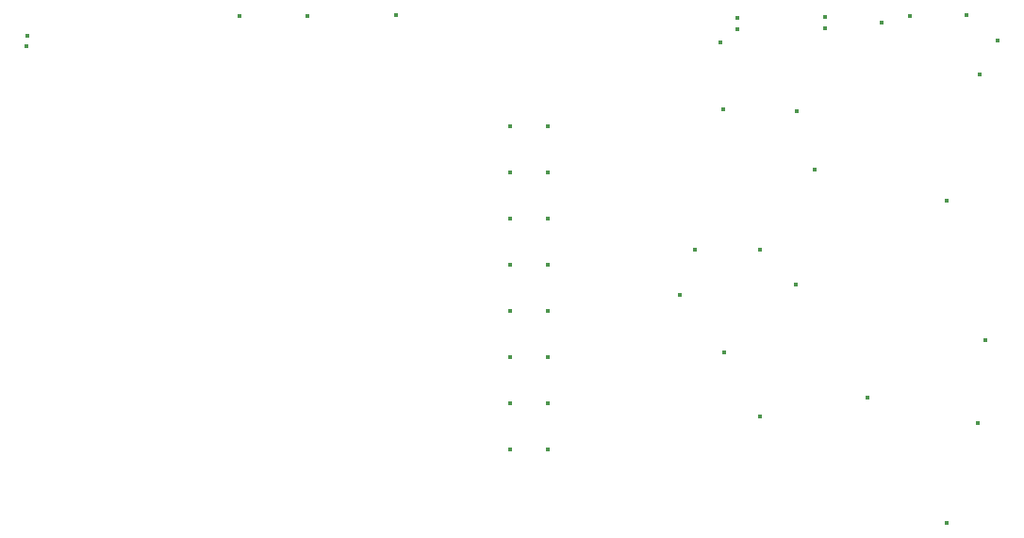
<source format=gbr>
%TF.GenerationSoftware,KiCad,Pcbnew,8.0.4*%
%TF.CreationDate,2024-10-07T12:30:45+07:00*%
%TF.ProjectId,System_Control,53797374-656d-45f4-936f-6e74726f6c2e,rev?*%
%TF.SameCoordinates,Original*%
%TF.FileFunction,Plated,3,4,Blind,Drill*%
%TF.FilePolarity,Positive*%
%FSLAX46Y46*%
G04 Gerber Fmt 4.6, Leading zero omitted, Abs format (unit mm)*
G04 Created by KiCad (PCBNEW 8.0.4) date 2024-10-07 12:30:45*
%MOMM*%
%LPD*%
G01*
G04 APERTURE LIST*
%TA.AperFunction,ViaDrill*%
%ADD10C,0.400000*%
%TD*%
G04 APERTURE END LIST*
D10*
X152914400Y-108016800D03*
X152939800Y-107067000D03*
X172015200Y-105349800D03*
X178162000Y-105324400D03*
X186112200Y-105197400D03*
X196348800Y-115228600D03*
X196348800Y-119355200D03*
X196348800Y-123497200D03*
X196348800Y-127623800D03*
X196348800Y-131803000D03*
X196348800Y-135943200D03*
X196348800Y-140083400D03*
X196348800Y-144299800D03*
X199752400Y-115228600D03*
X199752400Y-119368800D03*
X199752400Y-123509000D03*
X199752400Y-127674600D03*
X199752400Y-131814800D03*
X199752400Y-135955000D03*
X199752400Y-140095200D03*
X199752400Y-144235400D03*
X211563000Y-130343400D03*
X212934600Y-126304800D03*
X215220600Y-107688029D03*
X215500000Y-113706400D03*
X215576200Y-135499600D03*
X216719200Y-105502200D03*
X216719200Y-106492800D03*
X218725800Y-126287800D03*
X218751200Y-141316200D03*
X222000166Y-129479800D03*
X222104000Y-113884200D03*
X223704200Y-119142000D03*
X224644000Y-105426000D03*
X224644000Y-106442000D03*
X228403800Y-139614400D03*
X229724000Y-105934000D03*
X232252600Y-105349800D03*
X235515200Y-150866600D03*
X235566000Y-121910600D03*
X237344000Y-105248200D03*
X238347400Y-141849600D03*
X238512400Y-110582200D03*
X238995000Y-134407400D03*
X240061800Y-107540600D03*
M02*

</source>
